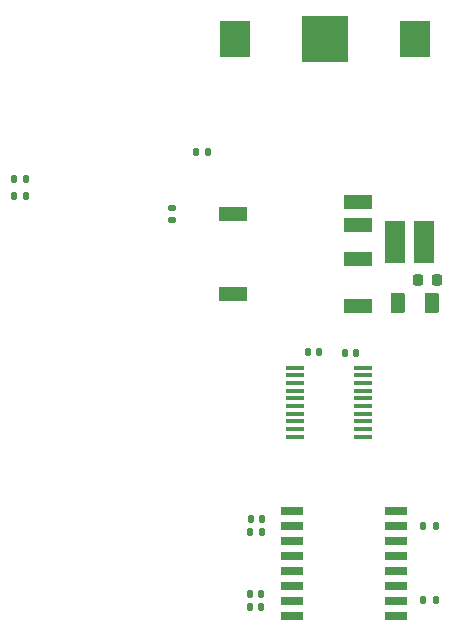
<source format=gtp>
G04 #@! TF.GenerationSoftware,KiCad,Pcbnew,8.0.7*
G04 #@! TF.CreationDate,2025-02-07T02:05:50-05:00*
G04 #@! TF.ProjectId,accessory_v3,61636365-7373-46f7-9279-5f76332e6b69,rev?*
G04 #@! TF.SameCoordinates,Original*
G04 #@! TF.FileFunction,Paste,Top*
G04 #@! TF.FilePolarity,Positive*
%FSLAX46Y46*%
G04 Gerber Fmt 4.6, Leading zero omitted, Abs format (unit mm)*
G04 Created by KiCad (PCBNEW 8.0.7) date 2025-02-07 02:05:50*
%MOMM*%
%LPD*%
G01*
G04 APERTURE LIST*
G04 Aperture macros list*
%AMRoundRect*
0 Rectangle with rounded corners*
0 $1 Rounding radius*
0 $2 $3 $4 $5 $6 $7 $8 $9 X,Y pos of 4 corners*
0 Add a 4 corners polygon primitive as box body*
4,1,4,$2,$3,$4,$5,$6,$7,$8,$9,$2,$3,0*
0 Add four circle primitives for the rounded corners*
1,1,$1+$1,$2,$3*
1,1,$1+$1,$4,$5*
1,1,$1+$1,$6,$7*
1,1,$1+$1,$8,$9*
0 Add four rect primitives between the rounded corners*
20,1,$1+$1,$2,$3,$4,$5,0*
20,1,$1+$1,$4,$5,$6,$7,0*
20,1,$1+$1,$6,$7,$8,$9,0*
20,1,$1+$1,$8,$9,$2,$3,0*%
G04 Aperture macros list end*
%ADD10RoundRect,0.140000X0.140000X0.170000X-0.140000X0.170000X-0.140000X-0.170000X0.140000X-0.170000X0*%
%ADD11RoundRect,0.051250X-0.733750X-0.153750X0.733750X-0.153750X0.733750X0.153750X-0.733750X0.153750X0*%
%ADD12RoundRect,0.135000X-0.135000X-0.185000X0.135000X-0.185000X0.135000X0.185000X-0.135000X0.185000X0*%
%ADD13R,2.440000X1.200000*%
%ADD14RoundRect,0.225000X-0.225000X-0.250000X0.225000X-0.250000X0.225000X0.250000X-0.225000X0.250000X0*%
%ADD15R,3.960000X3.960000*%
%ADD16R,2.540000X3.170000*%
%ADD17RoundRect,0.140000X-0.140000X-0.170000X0.140000X-0.170000X0.140000X0.170000X-0.140000X0.170000X0*%
%ADD18R,1.910000X0.640000*%
%ADD19RoundRect,0.250000X-0.375000X-0.625000X0.375000X-0.625000X0.375000X0.625000X-0.375000X0.625000X0*%
%ADD20R,1.701800X3.606800*%
%ADD21RoundRect,0.135000X-0.185000X0.135000X-0.185000X-0.135000X0.185000X-0.135000X0.185000X0.135000X0*%
G04 APERTURE END LIST*
D10*
X31780000Y-60410000D03*
X30820000Y-60410000D03*
D11*
X34625000Y-41255000D03*
X34625000Y-41905000D03*
X34625000Y-42555000D03*
X34625000Y-43205000D03*
X34625000Y-43855000D03*
X34625000Y-44505000D03*
X34625000Y-45155000D03*
X34625000Y-45805000D03*
X34625000Y-46455000D03*
X34625000Y-47105000D03*
X40365000Y-47105000D03*
X40365000Y-46455000D03*
X40365000Y-45805000D03*
X40365000Y-45155000D03*
X40365000Y-44505000D03*
X40365000Y-43855000D03*
X40365000Y-43205000D03*
X40365000Y-42555000D03*
X40365000Y-41905000D03*
X40365000Y-41255000D03*
D10*
X31830000Y-55170000D03*
X30870000Y-55170000D03*
D12*
X10890000Y-26720000D03*
X11910000Y-26720000D03*
D13*
X40010000Y-27210000D03*
X40010000Y-29210000D03*
X40010000Y-32010000D03*
X40010000Y-36010000D03*
X29370000Y-28210000D03*
X29370000Y-35010000D03*
D14*
X45085000Y-33810000D03*
X46635000Y-33810000D03*
D12*
X45520000Y-54660000D03*
X46540000Y-54660000D03*
D15*
X37211000Y-13385800D03*
D16*
X29591000Y-13385800D03*
X44831000Y-13385800D03*
D10*
X39830000Y-39980000D03*
X38870000Y-39980000D03*
D17*
X35710000Y-39890000D03*
X36670000Y-39890000D03*
D12*
X26270000Y-22960000D03*
X27290000Y-22960000D03*
X45520000Y-60960000D03*
X46540000Y-60960000D03*
D18*
X34385000Y-53395000D03*
X34385000Y-54665000D03*
X34385000Y-55935000D03*
X34385000Y-57205000D03*
X34385000Y-58475000D03*
X34385000Y-59745000D03*
X34385000Y-61015000D03*
X34385000Y-62285000D03*
X43155000Y-62285000D03*
X43155000Y-61015000D03*
X43155000Y-59745000D03*
X43155000Y-58475000D03*
X43155000Y-57205000D03*
X43155000Y-55935000D03*
X43155000Y-54665000D03*
X43155000Y-53395000D03*
D12*
X10850000Y-25270000D03*
X11870000Y-25270000D03*
D10*
X31790000Y-61540000D03*
X30830000Y-61540000D03*
X31840000Y-54090000D03*
X30880000Y-54090000D03*
D19*
X43405600Y-35814000D03*
X46205600Y-35814000D03*
D20*
X43098400Y-30632400D03*
X45598400Y-30632400D03*
D21*
X24240000Y-27740000D03*
X24240000Y-28760000D03*
M02*

</source>
